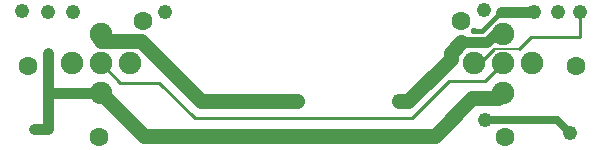
<source format=gbr>
G04 EasyPC Gerber Version 21.0.3 Build 4286 *
G04 #@! TF.Part,Single*
G04 #@! TF.FileFunction,Copper,L4,Bot *
G04 #@! TF.FilePolarity,Positive *
%FSLAX35Y35*%
%MOMM*%
%ADD29C,0.20000*%
%ADD27C,0.25400*%
%ADD72C,0.40000*%
G04 #@! TA.AperFunction,ViaPad*
%ADD71C,0.55000*%
G04 #@! TD.AperFunction*
%ADD23C,0.63500*%
%ADD22C,0.90000*%
G04 #@! TA.AperFunction,ViaPad*
%ADD20C,1.21920*%
G04 #@! TD.AperFunction*
%ADD25C,1.27000*%
G04 #@! TA.AperFunction,ComponentPad*
%ADD15C,1.60000*%
%ADD16C,1.90000*%
X0Y0D02*
D02*
D15*
X500420Y1097930D03*
X1101460Y496890D03*
X1479760Y1476230D03*
X4166980D03*
X4545280Y496890D03*
X5146320Y1097930D03*
D02*
D16*
X875900Y1119140D03*
X1123380Y871650D03*
Y1119140D03*
Y1366630D03*
X1370870Y1119140D03*
X4275870D03*
X4523360Y871650D03*
Y1119140D03*
Y1366630D03*
X4770840Y1119140D03*
D02*
D71*
X555870Y561640D03*
X670870Y1206640D03*
X4278370Y1394140D03*
D02*
D20*
X448370Y1559140D03*
X670870Y1556140D03*
X885870Y1556640D03*
X1665870D03*
X2780870Y801640D03*
X3648370D03*
X4363370Y1569140D03*
X4370870Y639140D03*
X4790870Y1554140D03*
X4988370D03*
X5088370Y526640D03*
X5175870Y1554140D03*
D02*
D22*
X670870Y871650D02*
Y561640D01*
X555870*
X670870Y1206640D02*
Y871650D01*
X1123380D02*
X670870D01*
X4170870Y1299140D02*
X4388370D01*
X4455860Y1366630*
X4523360*
X4508370Y1554140D02*
X4790870D01*
D02*
D23*
X4370870Y639140D02*
X4978370D01*
X5088370Y529140*
Y526640*
D02*
D25*
X1123380Y871650D02*
Y869130D01*
X1485870Y506640*
X3945870*
X4265870Y826640*
X4478370*
X4523360Y871630*
Y871650*
X2780870Y801640D02*
X1968370D01*
X1458370Y1311640*
X1123380*
Y1366630*
X3648370Y801640D02*
X3723370D01*
X4080870Y1159140*
Y1209140*
X4170870Y1299140*
D02*
D27*
X4275870Y1119140D02*
X4333370D01*
Y1126640*
X4450870Y1244140*
X4523360Y1119140D02*
Y1119130D01*
X4370870Y966640*
X4065870*
X3758370Y659140*
X1913370*
X1615870Y956640*
X1285870*
X1123380Y1119130*
Y1119140*
X4663370Y1244140D02*
X4763370Y1344140D01*
X5175870*
Y1554140*
D02*
D29*
X4450870Y1244140D02*
X4663370D01*
D02*
D72*
X4278370Y1394140D02*
X4348370D01*
X4508370Y1554140*
X0Y0D02*
M02*

</source>
